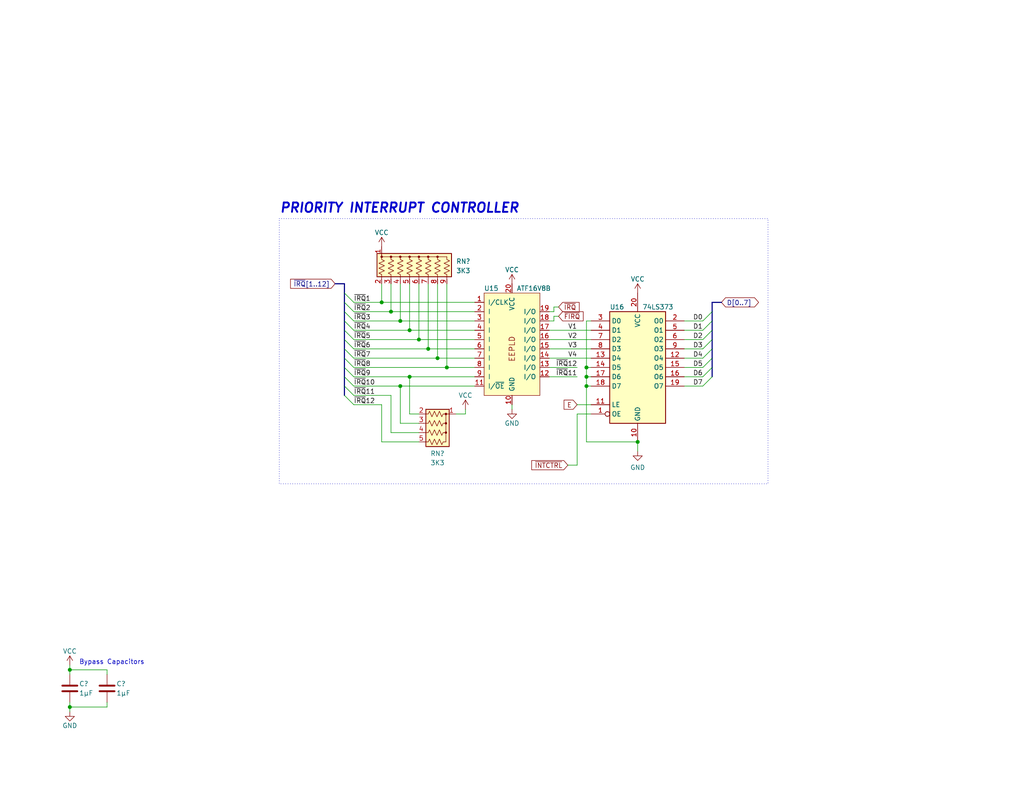
<source format=kicad_sch>
(kicad_sch (version 20230121) (generator eeschema)
  (paper "USLetter")
  (title_block (title "ACIA and Priority Interrupt Controller") (date "2024-01-16") (rev "1.0") (company "Frédéric Segard") (comment 1 "MicroHobbyist's Retro Homebrew Computers") (comment 2 "microhobbyist.com"))
  (lib_symbols
    (symbol "0_Library:ATF16V8B" (pin_names (offset 1.016))
      (property "Reference" "U" (at -7.62 0 0))
      (property "Value" "ATF16V8B" (at 1.27 0 0))
      (symbol "ATF16V8B_0_0"
        (text "EEPLD" (at 0 -16.51 900) (effects (font (size 1.4986 1.4986))))
      )
      (symbol "ATF16V8B_0_1"
        (rectangle (start -7.62 -1.27) (end 7.62 -29.21) (fill (type background)))
      )
      (symbol "ATF16V8B_1_1"
        (pin input line (at -10.16 -3.81 0) (length 2.54) (name "I/CLK") (number "1"))
        (pin power_in line (at 0 -31.75 90) (length 2.54) (name "GND") (number "10"))
        (pin input line (at -10.16 -26.67 0) (length 2.54) (name "I/~{OE}") (number "11"))
        (pin bidirectional line (at 10.16 -24.13 180) (length 2.54) (name "I/O") (number "12"))
        (pin bidirectional line (at 10.16 -21.59 180) (length 2.54) (name "I/O") (number "13"))
        (pin bidirectional line (at 10.16 -19.05 180) (length 2.54) (name "I/O") (number "14"))
        (pin bidirectional line (at 10.16 -16.51 180) (length 2.54) (name "I/O") (number "15"))
        (pin bidirectional line (at 10.16 -13.97 180) (length 2.54) (name "I/O") (number "16"))
        (pin bidirectional line (at 10.16 -11.43 180) (length 2.54) (name "I/O") (number "17"))
        (pin bidirectional line (at 10.16 -8.89 180) (length 2.54) (name "I/O") (number "18"))
        (pin bidirectional line (at 10.16 -6.35 180) (length 2.54) (name "I/O") (number "19"))
        (pin input line (at -10.16 -6.35 0) (length 2.54) (name "I") (number "2"))
        (pin power_in line (at 0 1.27 270) (length 2.54) (name "VCC") (number "20"))
        (pin input line (at -10.16 -8.89 0) (length 2.54) (name "I") (number "3"))
        (pin input line (at -10.16 -11.43 0) (length 2.54) (name "I") (number "4"))
        (pin input line (at -10.16 -13.97 0) (length 2.54) (name "I") (number "5"))
        (pin input line (at -10.16 -16.51 0) (length 2.54) (name "I") (number "6"))
        (pin input line (at -10.16 -19.05 0) (length 2.54) (name "I") (number "7"))
        (pin input line (at -10.16 -21.59 0) (length 2.54) (name "I") (number "8"))
        (pin input line (at -10.16 -24.13 0) (length 2.54) (name "I") (number "9"))
      )
    )
    (symbol "74xx:74LS373"
      (property "Reference" "U" (at -7.62 16.51 0))
      (property "Value" "74LS373" (at -7.62 -16.51 0))
      (symbol "74LS373_1_0"
        (pin input inverted (at -12.7 -12.7 0) (length 5.08) (name "OE") (number "1"))
        (pin power_in line (at 0 -20.32 90) (length 5.08) (name "GND") (number "10"))
        (pin input line (at -12.7 -10.16 0) (length 5.08) (name "LE") (number "11"))
        (pin tri_state line (at 12.7 2.54 180) (length 5.08) (name "O4") (number "12"))
        (pin input line (at -12.7 2.54 0) (length 5.08) (name "D4") (number "13"))
        (pin input line (at -12.7 0 0) (length 5.08) (name "D5") (number "14"))
        (pin tri_state line (at 12.7 0 180) (length 5.08) (name "O5") (number "15"))
        (pin tri_state line (at 12.7 -2.54 180) (length 5.08) (name "O6") (number "16"))
        (pin input line (at -12.7 -2.54 0) (length 5.08) (name "D6") (number "17"))
        (pin input line (at -12.7 -5.08 0) (length 5.08) (name "D7") (number "18"))
        (pin tri_state line (at 12.7 -5.08 180) (length 5.08) (name "O7") (number "19"))
        (pin tri_state line (at 12.7 12.7 180) (length 5.08) (name "O0") (number "2"))
        (pin power_in line (at 0 20.32 270) (length 5.08) (name "VCC") (number "20"))
        (pin input line (at -12.7 12.7 0) (length 5.08) (name "D0") (number "3"))
        (pin input line (at -12.7 10.16 0) (length 5.08) (name "D1") (number "4"))
        (pin tri_state line (at 12.7 10.16 180) (length 5.08) (name "O1") (number "5"))
        (pin tri_state line (at 12.7 7.62 180) (length 5.08) (name "O2") (number "6"))
        (pin input line (at -12.7 7.62 0) (length 5.08) (name "D2") (number "7"))
        (pin input line (at -12.7 5.08 0) (length 5.08) (name "D3") (number "8"))
        (pin tri_state line (at 12.7 5.08 180) (length 5.08) (name "O3") (number "9"))
      )
      (symbol "74LS373_1_1"
        (rectangle (start -7.62 15.24) (end 7.62 -15.24) (stroke (width 0.254)) (fill (type background)))
      )
    )
    (symbol "Device:C" (pin_numbers hide) (pin_names (offset 0.254))
      (property "Reference" "C" (at 0.635 2.54 0))
      (property "Value" "C" (at 0.635 -2.54 0))
      (symbol "C_0_1"
        (polyline (pts (xy -2.032 -0.762) (xy 2.032 -0.762)) (stroke (width 0.508)))
        (polyline (pts (xy -2.032 0.762) (xy 2.032 0.762)) (stroke (width 0.508)))
      )
      (symbol "C_1_1"
        (pin passive line (at 0 3.81 270) (length 2.794) (name "~") (number "1"))
        (pin passive line (at 0 -3.81 90) (length 2.794) (name "~") (number "2"))
      )
    )
    (symbol "Device:R_Network04_US" (pin_names (offset 0) hide)
      (property "Reference" "RN" (at -7.62 0 90))
      (property "Value" "R_Network04_US" (at 5.08 0 90))
      (symbol "R_Network04_US_0_1"
        (rectangle (start -6.35 -3.175) (end 3.81 3.175) (stroke (width 0.254)) (fill (type background)))
        (circle (center -5.08 2.286) (radius 0.254) (fill (type outline)))
        (circle (center -2.54 2.286) (radius 0.254) (fill (type outline)))
        (polyline (pts (xy -5.08 2.286) (xy 2.54 2.286)))
        (polyline (pts (xy -5.08 2.286) (xy -5.08 1.524) (xy -4.318 1.1684) (xy -5.842 0.508) (xy -4.318 -0.1524) (xy -5.842 -0.8382) (xy -4.318 -1.524) (xy -5.842 -2.1844) (xy -5.08 -2.54) (xy -5.08 -3.81)))
        (polyline (pts (xy -2.54 2.286) (xy -2.54 1.524) (xy -1.778 1.1684) (xy -3.302 0.508) (xy -1.778 -0.1524) (xy -3.302 -0.8382) (xy -1.778 -1.524) (xy -3.302 -2.1844) (xy -2.54 -2.54) (xy -2.54 -3.81)))
        (polyline (pts (xy 0 2.286) (xy 0 1.524) (xy 0.762 1.1684) (xy -0.762 0.508) (xy 0.762 -0.1524) (xy -0.762 -0.8382) (xy 0.762 -1.524) (xy -0.762 -2.1844) (xy 0 -2.54) (xy 0 -3.81)))
        (polyline (pts (xy 2.54 2.286) (xy 2.54 1.524) (xy 3.302 1.1684) (xy 1.778 0.508) (xy 3.302 -0.1524) (xy 1.778 -0.8382) (xy 3.302 -1.524) (xy 1.778 -2.1844) (xy 2.54 -2.54) (xy 2.54 -3.81)))
        (circle (center 0 2.286) (radius 0.254) (fill (type outline)))
      )
      (symbol "R_Network04_US_1_1"
        (pin passive line (at -5.08 5.08 270) (length 2.54) (name "common") (number "1"))
        (pin passive line (at -5.08 -5.08 90) (length 1.27) (name "R1") (number "2"))
        (pin passive line (at -2.54 -5.08 90) (length 1.27) (name "R2") (number "3"))
        (pin passive line (at 0 -5.08 90) (length 1.27) (name "R3") (number "4"))
        (pin passive line (at 2.54 -5.08 90) (length 1.27) (name "R4") (number "5"))
      )
    )
    (symbol "Device:R_Network08_US" (pin_names (offset 0) hide)
      (property "Reference" "RN" (at -12.7 0 90))
      (property "Value" "R_Network08_US" (at 10.16 0 90))
      (symbol "R_Network08_US_0_1"
        (rectangle (start -11.43 -3.175) (end 8.89 3.175) (stroke (width 0.254)) (fill (type background)))
        (circle (center -10.16 2.286) (radius 0.254) (fill (type outline)))
        (circle (center -7.62 2.286) (radius 0.254) (fill (type outline)))
        (circle (center -5.08 2.286) (radius 0.254) (fill (type outline)))
        (circle (center -2.54 2.286) (radius 0.254) (fill (type outline)))
        (polyline (pts (xy -10.16 2.286) (xy 7.62 2.286)))
        (polyline (pts (xy -10.16 2.286) (xy -10.16 1.524) (xy -9.398 1.1684) (xy -10.922 0.508) (xy -9.398 -0.1524) (xy -10.922 -0.8382) (xy -9.398 -1.524) (xy -10.922 -2.1844) (xy -10.16 -2.54) (xy -10.16 -3.81)))
        (polyline (pts (xy -7.62 2.286) (xy -7.62 1.524) (xy -6.858 1.1684) (xy -8.382 0.508) (xy -6.858 -0.1524) (xy -8.382 -0.8382) (xy -6.858 -1.524) (xy -8.382 -2.1844) (xy -7.62 -2.54) (xy -7.62 -3.81)))
        (polyline (pts (xy -5.08 2.286) (xy -5.08 1.524) (xy -4.318 1.1684) (xy -5.842 0.508) (xy -4.318 -0.1524) (xy -5.842 -0.8382) (xy -4.318 -1.524) (xy -5.842 -2.1844) (xy -5.08 -2.54) (xy -5.08 -3.81)))
        (polyline (pts (xy -2.54 2.286) (xy -2.54 1.524) (xy -1.778 1.1684) (xy -3.302 0.508) (xy -1.778 -0.1524) (xy -3.302 -0.8382) (xy -1.778 -1.524) (xy -3.302 -2.1844) (xy -2.54 -2.54) (xy -2.54 -3.81)))
        (polyline (pts (xy 0 2.286) (xy 0 1.524) (xy 0.762 1.1684) (xy -0.762 0.508) (xy 0.762 -0.1524) (xy -0.762 -0.8382) (xy 0.762 -1.524) (xy -0.762 -2.1844) (xy 0 -2.54) (xy 0 -3.81)))
        (polyline (pts (xy 2.54 2.286) (xy 2.54 1.524) (xy 3.302 1.1684) (xy 1.778 0.508) (xy 3.302 -0.1524) (xy 1.778 -0.8382) (xy 3.302 -1.524) (xy 1.778 -2.1844) (xy 2.54 -2.54) (xy 2.54 -3.81)))
        (polyline (pts (xy 5.08 2.286) (xy 5.08 1.524) (xy 5.842 1.1684) (xy 4.318 0.508) (xy 5.842 -0.1524) (xy 4.318 -0.8382) (xy 5.842 -1.524) (xy 4.318 -2.1844) (xy 5.08 -2.54) (xy 5.08 -3.81)))
        (polyline (pts (xy 7.62 2.286) (xy 7.62 1.524) (xy 8.382 1.1684) (xy 6.858 0.508) (xy 8.382 -0.1524) (xy 6.858 -0.8382) (xy 8.382 -1.524) (xy 6.858 -2.1844) (xy 7.62 -2.54) (xy 7.62 -3.81)))
        (circle (center 0 2.286) (radius 0.254) (fill (type outline)))
        (circle (center 2.54 2.286) (radius 0.254) (fill (type outline)))
        (circle (center 5.08 2.286) (radius 0.254) (fill (type outline)))
      )
      (symbol "R_Network08_US_1_1"
        (pin passive line (at -10.16 5.08 270) (length 2.54) (name "common") (number "1"))
        (pin passive line (at -10.16 -5.08 90) (length 1.27) (name "R1") (number "2"))
        (pin passive line (at -7.62 -5.08 90) (length 1.27) (name "R2") (number "3"))
        (pin passive line (at -5.08 -5.08 90) (length 1.27) (name "R3") (number "4"))
        (pin passive line (at -2.54 -5.08 90) (length 1.27) (name "R4") (number "5"))
        (pin passive line (at 0 -5.08 90) (length 1.27) (name "R5") (number "6"))
        (pin passive line (at 2.54 -5.08 90) (length 1.27) (name "R6") (number "7"))
        (pin passive line (at 5.08 -5.08 90) (length 1.27) (name "R7") (number "8"))
        (pin passive line (at 7.62 -5.08 90) (length 1.27) (name "R8") (number "9"))
      )
    )
    (symbol "power:GND" (power) (pin_names (offset 0))
      (property "Value" "GND" (at 0 -3.81 0))
      (symbol "GND_0_1"
        (polyline (pts (xy 0 0) (xy 0 -1.27) (xy 1.27 -1.27) (xy 0 -2.54) (xy -1.27 -1.27) (xy 0 -1.27)))
      )
      (symbol "GND_1_1"
        (pin power_in line (at 0 0 270) (length 0) hide (name "GND") (number "1"))
      )
    )
    (symbol "power:VCC" (power) (pin_names (offset 0))
      (property "Value" "VCC" (at 0 3.81 0))
      (symbol "VCC_0_1"
        (polyline (pts (xy -0.762 1.27) (xy 0 2.54)))
        (polyline (pts (xy 0 0) (xy 0 2.54)))
        (polyline (pts (xy 0 2.54) (xy 0.762 1.27)))
      )
      (symbol "VCC_1_1"
        (pin power_in line (at 0 0 90) (length 0) hide (name "VCC") (number "1"))
      )
    )
  )
  (junction (at 111.76 102.87))
  (junction (at 160.02 102.87))
  (junction (at 114.3 92.71))
  (junction (at 121.92 100.33))
  (junction (at 109.22 87.63))
  (junction (at 160.02 100.33))
  (junction (at 19.05 193.04))
  (junction (at 109.22 105.41))
  (junction (at 111.76 90.17))
  (junction (at 116.84 95.25))
  (junction (at 19.05 182.88))
  (junction (at 119.38 97.79))
  (junction (at 160.02 105.41))
  (junction (at 173.99 120.65))
  (junction (at 104.14 82.55))
  (junction (at 106.68 85.09))
  (bus_entry (at 191.77 102.87) (size 2.54 -2.54))
  (bus_entry (at 191.77 92.71) (size 2.54 -2.54))
  (bus_entry (at 93.98 92.71) (size 2.54 2.54))
  (bus_entry (at 93.98 90.17) (size 2.54 2.54))
  (bus_entry (at 93.98 95.25) (size 2.54 2.54))
  (bus_entry (at 93.98 87.63) (size 2.54 2.54))
  (bus_entry (at 191.77 95.25) (size 2.54 -2.54))
  (bus_entry (at 93.98 100.33) (size 2.54 2.54))
  (bus_entry (at 93.98 102.87) (size 2.54 2.54))
  (bus_entry (at 93.98 107.95) (size 2.54 2.54))
  (bus_entry (at 93.98 105.41) (size 2.54 2.54))
  (bus_entry (at 191.77 87.63) (size 2.54 -2.54))
  (bus_entry (at 191.77 105.41) (size 2.54 -2.54))
  (bus_entry (at 93.98 85.09) (size 2.54 2.54))
  (bus_entry (at 93.98 97.79) (size 2.54 2.54))
  (bus_entry (at 93.98 82.55) (size 2.54 2.54))
  (bus_entry (at 191.77 97.79) (size 2.54 -2.54))
  (bus_entry (at 93.98 80.01) (size 2.54 2.54))
  (bus_entry (at 191.77 100.33) (size 2.54 -2.54))
  (bus_entry (at 191.77 90.17) (size 2.54 -2.54))
  (wire (pts (xy 152.4 86.36) (xy 151.13 86.36)))
  (bus (pts (xy 93.98 105.41) (xy 93.98 107.95)))
  (wire (pts (xy 96.52 90.17) (xy 111.76 90.17)))
  (wire (pts (xy 104.14 120.65) (xy 104.14 110.49)))
  (wire (pts (xy 111.76 102.87) (xy 129.54 102.87)))
  (wire (pts (xy 29.21 191.77) (xy 29.21 193.04)))
  (wire (pts (xy 160.02 102.87) (xy 161.29 102.87)))
  (wire (pts (xy 109.22 105.41) (xy 129.54 105.41)))
  (wire (pts (xy 96.52 97.79) (xy 119.38 97.79)))
  (wire (pts (xy 114.3 92.71) (xy 129.54 92.71)))
  (wire (pts (xy 149.86 97.79) (xy 161.29 97.79)))
  (wire (pts (xy 96.52 107.95) (xy 106.68 107.95)))
  (bus (pts (xy 194.31 87.63) (xy 194.31 85.09)))
  (wire (pts (xy 151.13 83.82) (xy 152.4 83.82)))
  (bus (pts (xy 93.98 100.33) (xy 93.98 102.87)))
  (wire (pts (xy 154.94 127) (xy 157.48 127)))
  (wire (pts (xy 106.68 77.47) (xy 106.68 85.09)))
  (wire (pts (xy 114.3 77.47) (xy 114.3 92.71)))
  (wire (pts (xy 96.52 110.49) (xy 104.14 110.49)))
  (wire (pts (xy 121.92 77.47) (xy 121.92 100.33)))
  (bus (pts (xy 194.31 90.17) (xy 194.31 87.63)))
  (wire (pts (xy 19.05 182.88) (xy 19.05 184.15)))
  (wire (pts (xy 161.29 87.63) (xy 160.02 87.63)))
  (wire (pts (xy 109.22 87.63) (xy 129.54 87.63)))
  (wire (pts (xy 186.69 102.87) (xy 191.77 102.87)))
  (wire (pts (xy 106.68 85.09) (xy 129.54 85.09)))
  (wire (pts (xy 19.05 181.61) (xy 19.05 182.88)))
  (wire (pts (xy 160.02 120.65) (xy 173.99 120.65)))
  (wire (pts (xy 19.05 182.88) (xy 29.21 182.88)))
  (wire (pts (xy 157.48 110.49) (xy 161.29 110.49)))
  (wire (pts (xy 111.76 102.87) (xy 111.76 113.03)))
  (wire (pts (xy 114.3 115.57) (xy 109.22 115.57)))
  (bus (pts (xy 93.98 102.87) (xy 93.98 105.41)))
  (wire (pts (xy 96.52 95.25) (xy 116.84 95.25)))
  (wire (pts (xy 114.3 118.11) (xy 106.68 118.11)))
  (bus (pts (xy 93.98 97.79) (xy 93.98 100.33)))
  (wire (pts (xy 186.69 87.63) (xy 191.77 87.63)))
  (bus (pts (xy 194.31 92.71) (xy 194.31 90.17)))
  (wire (pts (xy 186.69 97.79) (xy 191.77 97.79)))
  (bus (pts (xy 194.31 82.55) (xy 196.85 82.55)))
  (bus (pts (xy 93.98 85.09) (xy 93.98 82.55)))
  (wire (pts (xy 160.02 105.41) (xy 160.02 120.65)))
  (wire (pts (xy 119.38 77.47) (xy 119.38 97.79)))
  (bus (pts (xy 93.98 92.71) (xy 93.98 90.17)))
  (bus (pts (xy 91.44 77.47) (xy 93.98 77.47)))
  (bus (pts (xy 93.98 90.17) (xy 93.98 87.63)))
  (wire (pts (xy 104.14 82.55) (xy 129.54 82.55)))
  (bus (pts (xy 194.31 85.09) (xy 194.31 82.55)))
  (wire (pts (xy 116.84 95.25) (xy 129.54 95.25)))
  (bus (pts (xy 93.98 82.55) (xy 93.98 80.01)))
  (wire (pts (xy 186.69 95.25) (xy 191.77 95.25)))
  (wire (pts (xy 96.52 102.87) (xy 111.76 102.87)))
  (wire (pts (xy 149.86 92.71) (xy 161.29 92.71)))
  (wire (pts (xy 111.76 90.17) (xy 129.54 90.17)))
  (bus (pts (xy 194.31 102.87) (xy 194.31 100.33)))
  (bus (pts (xy 194.31 95.25) (xy 194.31 92.71)))
  (bus (pts (xy 93.98 80.01) (xy 93.98 77.47)))
  (wire (pts (xy 129.54 100.33) (xy 121.92 100.33)))
  (wire (pts (xy 149.86 102.87) (xy 157.48 102.87)))
  (bus (pts (xy 194.31 97.79) (xy 194.31 95.25)))
  (wire (pts (xy 109.22 105.41) (xy 109.22 115.57)))
  (wire (pts (xy 127 113.03) (xy 124.46 113.03)))
  (wire (pts (xy 111.76 77.47) (xy 111.76 90.17)))
  (wire (pts (xy 157.48 113.03) (xy 161.29 113.03)))
  (wire (pts (xy 151.13 87.63) (xy 149.86 87.63)))
  (wire (pts (xy 151.13 85.09) (xy 149.86 85.09)))
  (wire (pts (xy 104.14 77.47) (xy 104.14 82.55)))
  (wire (pts (xy 29.21 182.88) (xy 29.21 184.15)))
  (wire (pts (xy 186.69 100.33) (xy 191.77 100.33)))
  (bus (pts (xy 93.98 87.63) (xy 93.98 85.09)))
  (bus (pts (xy 93.98 95.25) (xy 93.98 92.71)))
  (wire (pts (xy 149.86 95.25) (xy 161.29 95.25)))
  (wire (pts (xy 149.86 90.17) (xy 161.29 90.17)))
  (wire (pts (xy 186.69 90.17) (xy 191.77 90.17)))
  (wire (pts (xy 149.86 100.33) (xy 157.48 100.33)))
  (wire (pts (xy 96.52 92.71) (xy 114.3 92.71)))
  (wire (pts (xy 157.48 113.03) (xy 157.48 127)))
  (wire (pts (xy 160.02 105.41) (xy 161.29 105.41)))
  (wire (pts (xy 151.13 86.36) (xy 151.13 87.63)))
  (wire (pts (xy 186.69 105.41) (xy 191.77 105.41)))
  (wire (pts (xy 96.52 82.55) (xy 104.14 82.55)))
  (wire (pts (xy 19.05 193.04) (xy 29.21 193.04)))
  (wire (pts (xy 114.3 120.65) (xy 104.14 120.65)))
  (wire (pts (xy 116.84 77.47) (xy 116.84 95.25)))
  (wire (pts (xy 96.52 85.09) (xy 106.68 85.09)))
  (wire (pts (xy 96.52 100.33) (xy 121.92 100.33)))
  (wire (pts (xy 19.05 193.04) (xy 19.05 194.31)))
  (wire (pts (xy 106.68 118.11) (xy 106.68 107.95)))
  (wire (pts (xy 151.13 83.82) (xy 151.13 85.09)))
  (wire (pts (xy 127 111.76) (xy 127 113.03)))
  (wire (pts (xy 19.05 191.77) (xy 19.05 193.04)))
  (wire (pts (xy 160.02 100.33) (xy 161.29 100.33)))
  (wire (pts (xy 139.7 111.76) (xy 139.7 110.49)))
  (wire (pts (xy 160.02 87.63) (xy 160.02 100.33)))
  (wire (pts (xy 119.38 97.79) (xy 129.54 97.79)))
  (bus (pts (xy 194.31 100.33) (xy 194.31 97.79)))
  (wire (pts (xy 96.52 105.41) (xy 109.22 105.41)))
  (wire (pts (xy 160.02 102.87) (xy 160.02 105.41)))
  (bus (pts (xy 93.98 97.79) (xy 93.98 95.25)))
  (wire (pts (xy 114.3 113.03) (xy 111.76 113.03)))
  (wire (pts (xy 186.69 92.71) (xy 191.77 92.71)))
  (wire (pts (xy 173.99 120.65) (xy 173.99 123.19)))
  (wire (pts (xy 96.52 87.63) (xy 109.22 87.63)))
  (wire (pts (xy 160.02 100.33) (xy 160.02 102.87)))
  (wire (pts (xy 109.22 77.47) (xy 109.22 87.63)))
  (rectangle (start 76.2 59.69) (end 209.55 132.08) (stroke (width 0) (type dot)))
  (text "Bypass Capacitors" (at 21.59 181.61 0) (effects (font (size 1.27 1.27)) (justify left bottom)))
  (text "PRIORITY INTERRUPT CONTROLLER" (at 76.2 58.42 0) (effects (font (size 2.54 2.54) (thickness 0.508) bold italic) (justify left bottom)))
  (label "~{IRQ}8" (at 96.52 100.33 0))
  (label "~{IRQ}2" (at 96.52 85.09 0))
  (label "~{IRQ}4" (at 96.52 90.17 0))
  (label "D6" (at 191.77 102.87 180))
  (label "D5" (at 191.77 100.33 180))
  (label "V1" (at 157.48 90.17 180))
  (label "~{IRQ}11" (at 157.48 102.87 180))
  (label "~{IRQ}7" (at 96.52 97.79 0))
  (label "D7" (at 191.77 105.41 180))
  (label "V4" (at 157.48 97.79 180))
  (label "~{IRQ}1" (at 96.52 82.55 0))
  (label "~{IRQ}9" (at 96.52 102.87 0))
  (label "~{IRQ}10" (at 96.52 105.41 0))
  (label "D4" (at 191.77 97.79 180))
  (label "D1" (at 191.77 90.17 180))
  (label "V2" (at 157.48 92.71 180))
  (label "~{IRQ}5" (at 96.52 92.71 0))
  (label "D0" (at 191.77 87.63 180))
  (label "~{IRQ}11" (at 96.52 107.95 0))
  (label "V3" (at 157.48 95.25 180))
  (label "~{IRQ}12" (at 157.48 100.33 180))
  (label "D2" (at 191.77 92.71 180))
  (label "~{IRQ}12" (at 96.52 110.49 0))
  (label "~{IRQ}3" (at 96.52 87.63 0))
  (label "D3" (at 191.77 95.25 180))
  (label "~{IRQ}6" (at 96.52 95.25 0))
  (global_label "D[0..7]" (shape bidirectional) (at 196.85 82.55 0) (property "Intersheetrefs" "${INTERSHEET_REFS}" (effects hide)))
  (global_label "~{IRQ}[1..12]" (shape input) (at 91.44 77.47 180) (property "Intersheetrefs" "${INTERSHEET_REFS}" (effects hide)))
  (global_label "~{INTCTRL}" (shape input) (at 154.94 127 180) (property "Intersheetrefs" "${INTERSHEET_REFS}" (effects hide)))
  (global_label "~{FIRQ}" (shape input) (at 152.4 86.36 0) (property "Intersheetrefs" "${INTERSHEET_REFS}" (effects hide)))
  (global_label "E" (shape input) (at 157.48 110.49 180) (property "Intersheetrefs" "${INTERSHEET_REFS}" (effects hide)))
  (global_label "~{IRQ}" (shape input) (at 152.4 83.82 0) (property "Intersheetrefs" "${INTERSHEET_REFS}" (effects hide)))
  (symbol (lib_id "74xx:74LS373") (at 173.99 100.33 0) (unit 1)
    (property "Reference" "U16" (at 166.37 83.82 0) (effects (justify left)))
    (property "Value" "74LS373" (at 175.26 83.82 0) (effects (justify left)))
    (property "Datasheet" "http://www.ti.com/lit/gpn/sn74LS373" (effects hide))
  )
  (symbol (lib_id "Device:C") (at 29.21 187.96 0) (unit 1)
    (property "Reference" "C?" (at 31.75 186.69 0) (effects (justify left)))
    (property "Value" "1µF" (at 31.75 189.23 0) (effects (justify left)))
    (instances (project "Ep5 - Memory Management Unit (MMU)" (path "" (reference "C?") (unit 1)) (path "" (reference "C?") (unit 1)) (path "" (reference "C?") (unit 1)) (path "" (reference "C18") (unit 1))))
  )
  (symbol (lib_id "power:VCC") (at 139.7 77.47 0) (unit 1)
    (property "Reference" "#PWR060" (effects hide))
    (property "Value" "VCC" (at 139.7 73.66 0))
  )
  (symbol (lib_id "power:VCC") (at 19.05 181.61 0) (unit 1)
    (property "Reference" "#PWR?" (effects hide))
    (property "Value" "VCC" (at 19.05 177.8 0))
    (instances (project "Ep5 - Memory Management Unit (MMU)" (path "" (reference "#PWR?") (unit 1)) (path "" (reference "#PWR?") (unit 1)) (path "" (reference "#PWR?") (unit 1)) (path "" (reference "#PWR056") (unit 1))))
  )
  (symbol (lib_id "Device:R_Network04_US") (at 119.38 118.11 270) (unit 1)
    (property "Reference" "RN?" (at 119.38 123.825 90))
    (property "Value" "3K3" (at 119.38 126.365 90))
    (property "Footprint" "Resistor_THT:R_Array_SIP5" (effects hide))
    (property "Datasheet" "http://www.vishay.com/docs/31509/csc.pdf" (effects hide))
    (instances (project "Ep5 - Memory Management Unit (MMU)" (path "" (reference "RN?") (unit 1)) (path "" (reference "RN3") (unit 1))))
  )
  (symbol (lib_id "Device:R_Network08_US") (at 114.3 72.39 0) (unit 1)
    (property "Reference" "RN?" (at 124.46 71.374 0) (effects (justify left)))
    (property "Value" "3K3" (at 124.46 73.914 0) (effects (justify left)))
    (property "Footprint" "Resistor_THT:R_Array_SIP9" (effects hide))
    (property "Datasheet" "http://www.vishay.com/docs/31509/csc.pdf" (effects hide))
    (instances (project "Ep5 - Memory Management Unit (MMU)" (path "" (reference "RN?") (unit 1)) (path "" (reference "RN2") (unit 1))))
  )
  (symbol (lib_id "power:VCC") (at 173.99 80.01 0) (unit 1)
    (property "Reference" "#PWR062" (effects hide))
    (property "Value" "VCC" (at 173.99 76.2 0))
  )
  (symbol (lib_id "power:GND") (at 173.99 123.19 0) (unit 1)
    (property "Reference" "#PWR?" (effects hide))
    (property "Value" "GND" (at 173.99 127.6334 0))
    (instances (project "1 - Main CPU board with basic peripherals (rev5)" (path "" (reference "#PWR?") (unit 1))) (project "4 - Quad serial" (path "" (reference "#PWR?") (unit 1))) (project "Ep5 - Memory Management Unit (MMU)" (path "" (reference "#PWR?") (unit 1)) (path "" (reference "#PWR063") (unit 1))))
  )
  (symbol (lib_id "power:GND") (at 139.7 111.76 0) (unit 1)
    (property "Reference" "#PWR?" (effects hide))
    (property "Value" "GND" (at 139.7 115.57 0))
    (instances (project "1 - Main CPU board with basic peripherals (rev5)" (path "" (reference "#PWR?") (unit 1)) (path "" (reference "#PWR?") (unit 1))) (project "4 - Quad serial" (path "" (reference "#PWR?") (unit 1))) (project "Ep5 - Memory Management Unit (MMU)" (path "" (reference "#PWR?") (unit 1)) (path "" (reference "#PWR061") (unit 1))))
  )
  (symbol (lib_id "power:VCC") (at 104.14 67.31 0) (unit 1)
    (property "Reference" "#PWR058" (effects hide))
    (property "Value" "VCC" (at 104.14 63.5 0))
  )
  (symbol (lib_id "Device:C") (at 19.05 187.96 0) (unit 1)
    (property "Reference" "C?" (at 21.59 186.69 0) (effects (justify left)))
    (property "Value" "1µF" (at 21.59 189.23 0) (effects (justify left)))
    (instances (project "Ep5 - Memory Management Unit (MMU)" (path "" (reference "C?") (unit 1)) (path "" (reference "C?") (unit 1)) (path "" (reference "C?") (unit 1)) (path "" (reference "C17") (unit 1))))
  )
  (symbol (lib_id "0_Library:ATF16V8B") (at 139.7 78.74 0) (unit 1)
    (property "Reference" "U15" (at 132.08 78.74 0) (effects (justify left)))
    (property "Value" "ATF16V8B" (at 140.97 78.74 0) (effects (justify left)))
    (property "Footprint" "Package_DIP:DIP-20_W7.62mm_LongPads" (effects hide))
    (property "Datasheet" "http://ww1.microchip.com/downloads/en/DeviceDoc/Atmel-0364-PLD-ATF16V8B-8BQ-8BQL-Datasheet.pdf" (effects hide))
  )
  (symbol (lib_id "power:VCC") (at 127 111.76 0) (unit 1)
    (property "Reference" "#PWR059" (effects hide))
    (property "Value" "VCC" (at 127 107.95 0))
  )
  (symbol (lib_id "power:GND") (at 19.05 194.31 0) (unit 1)
    (property "Reference" "#PWR?" (effects hide))
    (property "Value" "GND" (at 19.05 198.12 0))
    (instances (project "Ep5 - Memory Management Unit (MMU)" (path "" (reference "#PWR?") (unit 1)) (path "" (reference "#PWR?") (unit 1)) (path "" (reference "#PWR?") (unit 1)) (path "" (reference "#PWR057") (unit 1))))
  )
)
</source>
